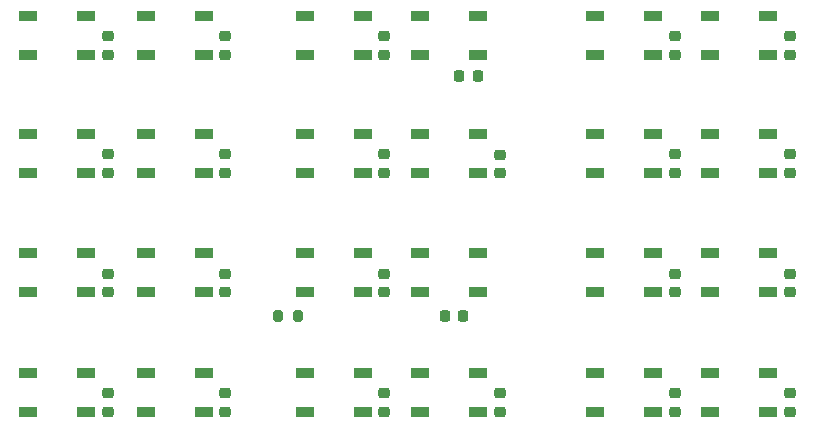
<source format=gbr>
%TF.GenerationSoftware,KiCad,Pcbnew,7.0.1*%
%TF.CreationDate,2023-04-22T16:12:32-08:00*%
%TF.ProjectId,CAUTION LIGHTS PANEL,43415554-494f-44e2-904c-494748545320,4*%
%TF.SameCoordinates,Original*%
%TF.FileFunction,Paste,Top*%
%TF.FilePolarity,Positive*%
%FSLAX46Y46*%
G04 Gerber Fmt 4.6, Leading zero omitted, Abs format (unit mm)*
G04 Created by KiCad (PCBNEW 7.0.1) date 2023-04-22 16:12:32*
%MOMM*%
%LPD*%
G01*
G04 APERTURE LIST*
G04 Aperture macros list*
%AMRoundRect*
0 Rectangle with rounded corners*
0 $1 Rounding radius*
0 $2 $3 $4 $5 $6 $7 $8 $9 X,Y pos of 4 corners*
0 Add a 4 corners polygon primitive as box body*
4,1,4,$2,$3,$4,$5,$6,$7,$8,$9,$2,$3,0*
0 Add four circle primitives for the rounded corners*
1,1,$1+$1,$2,$3*
1,1,$1+$1,$4,$5*
1,1,$1+$1,$6,$7*
1,1,$1+$1,$8,$9*
0 Add four rect primitives between the rounded corners*
20,1,$1+$1,$2,$3,$4,$5,0*
20,1,$1+$1,$4,$5,$6,$7,0*
20,1,$1+$1,$6,$7,$8,$9,0*
20,1,$1+$1,$8,$9,$2,$3,0*%
G04 Aperture macros list end*
%ADD10R,1.500000X0.900000*%
%ADD11RoundRect,0.225000X-0.250000X0.225000X-0.250000X-0.225000X0.250000X-0.225000X0.250000X0.225000X0*%
%ADD12RoundRect,0.225000X-0.225000X-0.250000X0.225000X-0.250000X0.225000X0.250000X-0.225000X0.250000X0*%
%ADD13RoundRect,0.200000X-0.200000X-0.275000X0.200000X-0.275000X0.200000X0.275000X-0.200000X0.275000X0*%
G04 APERTURE END LIST*
D10*
%TO.C,D25*%
X67591200Y6501200D03*
X67591200Y3201200D03*
X72491200Y3201200D03*
X72491200Y6501200D03*
%TD*%
%TO.C,D2*%
X9834200Y36711200D03*
X9834200Y33411200D03*
X14734200Y33411200D03*
X14734200Y36711200D03*
%TD*%
%TO.C,D3*%
X19806200Y36711200D03*
X19806200Y33411200D03*
X24706200Y33411200D03*
X24706200Y36711200D03*
%TD*%
%TO.C,D4*%
X33255200Y36711200D03*
X33255200Y33411200D03*
X38155200Y33411200D03*
X38155200Y36711200D03*
%TD*%
%TO.C,D5*%
X42997200Y36711200D03*
X42997200Y33411200D03*
X47897200Y33411200D03*
X47897200Y36711200D03*
%TD*%
%TO.C,D6*%
X57841200Y36702800D03*
X57841200Y33402800D03*
X62741200Y33402800D03*
X62741200Y36702800D03*
%TD*%
%TO.C,D7*%
X67591200Y36711200D03*
X67591200Y33411200D03*
X72491200Y33411200D03*
X72491200Y36711200D03*
%TD*%
%TO.C,D8*%
X9834200Y26719200D03*
X9834200Y23419200D03*
X14734200Y23419200D03*
X14734200Y26719200D03*
%TD*%
%TO.C,D9*%
X19806200Y26719200D03*
X19806200Y23419200D03*
X24706200Y23419200D03*
X24706200Y26719200D03*
%TD*%
%TO.C,D10*%
X33255200Y26719200D03*
X33255200Y23419200D03*
X38155200Y23419200D03*
X38155200Y26719200D03*
%TD*%
%TO.C,D11*%
X42997200Y26669200D03*
X42997200Y23369200D03*
X47897200Y23369200D03*
X47897200Y26669200D03*
%TD*%
%TO.C,D12*%
X57841200Y26719200D03*
X57841200Y23419200D03*
X62741200Y23419200D03*
X62741200Y26719200D03*
%TD*%
%TO.C,D14*%
X9834200Y16610000D03*
X9834200Y13310000D03*
X14734200Y13310000D03*
X14734200Y16610000D03*
%TD*%
%TO.C,D15*%
X19806200Y16610000D03*
X19806200Y13310000D03*
X24706200Y13310000D03*
X24706200Y16610000D03*
%TD*%
%TO.C,D16*%
X33255200Y16610000D03*
X33255200Y13310000D03*
X38155200Y13310000D03*
X38155200Y16610000D03*
%TD*%
%TO.C,D17*%
X42997200Y16610000D03*
X42997200Y13310000D03*
X47897200Y13310000D03*
X47897200Y16610000D03*
%TD*%
%TO.C,D18*%
X57841200Y16610000D03*
X57841200Y13310000D03*
X62741200Y13310000D03*
X62741200Y16610000D03*
%TD*%
%TO.C,D19*%
X67591200Y16610000D03*
X67591200Y13310000D03*
X72491200Y13310000D03*
X72491200Y16610000D03*
%TD*%
%TO.C,D20*%
X9834200Y6501200D03*
X9834200Y3201200D03*
X14734200Y3201200D03*
X14734200Y6501200D03*
%TD*%
%TO.C,D21*%
X19806200Y6501200D03*
X19806200Y3201200D03*
X24706200Y3201200D03*
X24706200Y6501200D03*
%TD*%
%TO.C,D22*%
X33255200Y6501200D03*
X33255200Y3201200D03*
X38155200Y3201200D03*
X38155200Y6501200D03*
%TD*%
%TO.C,D23*%
X42997200Y6501200D03*
X42997200Y3201200D03*
X47897200Y3201200D03*
X47897200Y6501200D03*
%TD*%
%TO.C,D24*%
X57841200Y6501200D03*
X57841200Y3201200D03*
X62741200Y3201200D03*
X62741200Y6501200D03*
%TD*%
D11*
%TO.C,C3*%
X26516200Y34961200D03*
X26516200Y33411200D03*
%TD*%
%TO.C,C4*%
X39976200Y34961200D03*
X39976200Y33411200D03*
%TD*%
D12*
%TO.C,C7*%
X46333700Y31571200D03*
X47883700Y31571200D03*
%TD*%
D11*
%TO.C,C5*%
X64596200Y34961200D03*
X64596200Y33411200D03*
%TD*%
%TO.C,C6*%
X74286200Y34961200D03*
X74286200Y33411200D03*
%TD*%
%TO.C,C8*%
X16606200Y24969200D03*
X16606200Y23419200D03*
%TD*%
%TO.C,C9*%
X26516200Y24969200D03*
X26516200Y23419200D03*
%TD*%
%TO.C,C10*%
X39976200Y24969200D03*
X39976200Y23419200D03*
%TD*%
%TO.C,C11*%
X49776200Y24919200D03*
X49776200Y23369200D03*
%TD*%
%TO.C,C12*%
X64596200Y24969200D03*
X64596200Y23419200D03*
%TD*%
%TO.C,C13*%
X74306200Y24969200D03*
X74306200Y23419200D03*
%TD*%
%TO.C,C14*%
X16606200Y14860000D03*
X16606200Y13310000D03*
%TD*%
%TO.C,C15*%
X26516200Y14860000D03*
X26516200Y13310000D03*
%TD*%
%TO.C,C16*%
X39976200Y14860000D03*
X39976200Y13310000D03*
%TD*%
D12*
%TO.C,C19*%
X45123700Y11311200D03*
X46673700Y11311200D03*
%TD*%
D11*
%TO.C,C17*%
X64596200Y14860000D03*
X64596200Y13310000D03*
%TD*%
%TO.C,C18*%
X74326200Y14860000D03*
X74326200Y13310000D03*
%TD*%
%TO.C,C20*%
X16606200Y4751200D03*
X16606200Y3201200D03*
%TD*%
%TO.C,C22*%
X39976200Y4751200D03*
X39976200Y3201200D03*
%TD*%
%TO.C,C25*%
X49746200Y4751200D03*
X49746200Y3201200D03*
%TD*%
%TO.C,C23*%
X64596200Y4751200D03*
X64596200Y3201200D03*
%TD*%
%TO.C,C24*%
X74296200Y4751200D03*
X74296200Y3201200D03*
%TD*%
D13*
%TO.C,R1*%
X31003700Y11271200D03*
X32653700Y11271200D03*
%TD*%
D11*
%TO.C,C2*%
X16606200Y34961200D03*
X16606200Y33411200D03*
%TD*%
%TO.C,C21*%
X26516200Y4751200D03*
X26516200Y3201200D03*
%TD*%
D10*
%TO.C,D13*%
X67591200Y26719200D03*
X67591200Y23419200D03*
X72491200Y23419200D03*
X72491200Y26719200D03*
%TD*%
M02*

</source>
